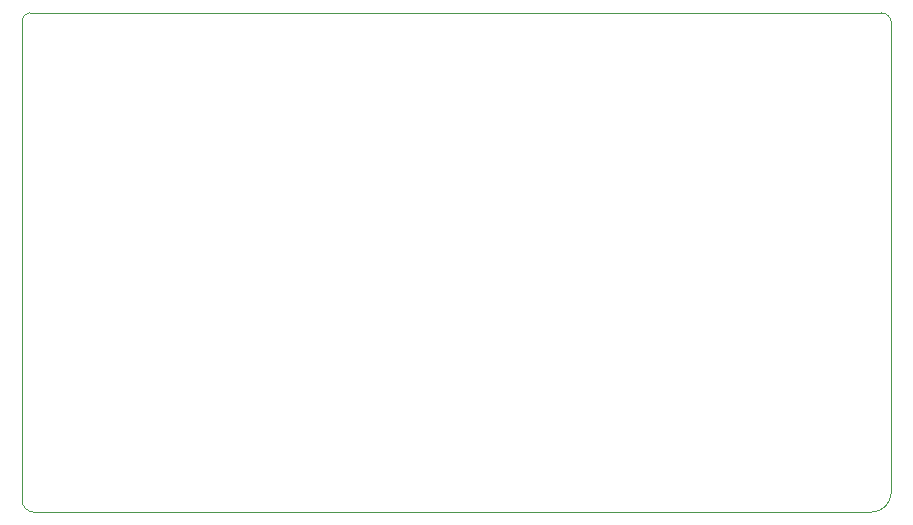
<source format=gm1>
G04 #@! TF.GenerationSoftware,KiCad,Pcbnew,(5.1.5)-3*
G04 #@! TF.CreationDate,2020-04-12T12:06:53+02:00*
G04 #@! TF.ProjectId,4Keys,344b6579-732e-46b6-9963-61645f706362,rev?*
G04 #@! TF.SameCoordinates,Original*
G04 #@! TF.FileFunction,Profile,NP*
%FSLAX46Y46*%
G04 Gerber Fmt 4.6, Leading zero omitted, Abs format (unit mm)*
G04 Created by KiCad (PCBNEW (5.1.5)-3) date 2020-04-12 12:06:53*
%MOMM*%
%LPD*%
G04 APERTURE LIST*
%ADD10C,0.050000*%
G04 APERTURE END LIST*
D10*
X173062500Y-87000000D02*
X102187500Y-87000000D01*
X174750000Y-45562500D02*
X174750000Y-85312500D01*
X101812500Y-44718750D02*
X173906250Y-44718750D01*
X101156250Y-85968750D02*
X101156250Y-45375000D01*
X174750000Y-85312500D02*
G75*
G02X173062500Y-87000000I-1687500J0D01*
G01*
X102187500Y-87000000D02*
G75*
G02X101156250Y-85968750I0J1031250D01*
G01*
X101156250Y-45375000D02*
G75*
G02X101812500Y-44718750I656250J0D01*
G01*
X173906250Y-44718750D02*
G75*
G02X174750000Y-45562500I0J-843750D01*
G01*
M02*

</source>
